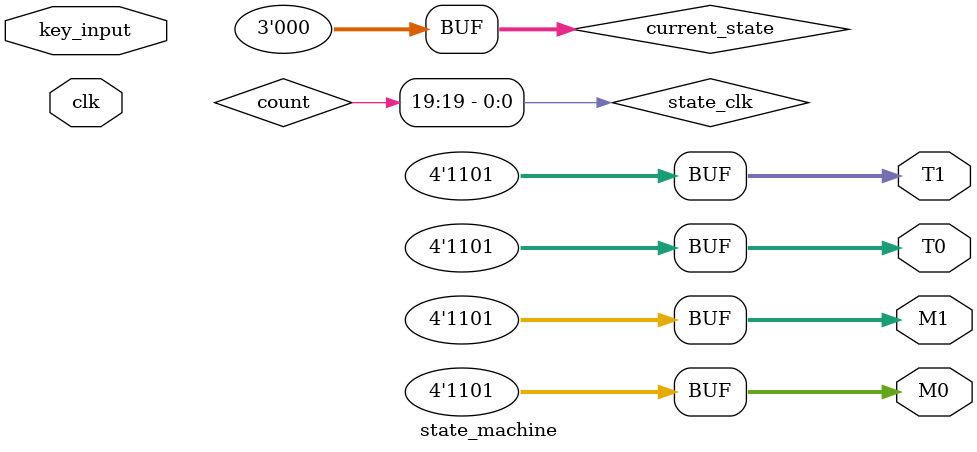
<source format=v>
	module state_machine(clk,key_input,M1,M0,T1,T0);
	input clk;
	input [3:0] key_input;
	output reg [3:0] M1,M0,T1,T0;

	//分频
	reg [19:0]count;
	always @ (posedge clk)
		count <= count + 1'b1;
	wire state_clk = count[19];
		
	reg [6:0] Money,Time;
	reg [6:0] TD;
	
	always@ (current_state or Money) begin
		case(current_state)
			INITIAL:begin
				M1 <= 4'b1101;
				M0 <= 4'b1101;
			end
			default:begin
				M1 <= Money/10;
				M0 <= Money%10;
			end
		endcase
	end

	always@ (current_state or Time) begin
		case(current_state)
			INITIAL:begin
				T1 <= 4'b1101;
				T0 <= 4'b1101;
			end
			default:begin
				T1 <= Time/10;
				T0 <= Time%10;
			end
		endcase
	end
	
	//定义状态
	reg [2:0] current_state,next_state;
	parameter INITIAL = 0, START = 1, ONE = 2, TWO = 3, CHARGE = 4;
	
	always@ (posedge state_clk)		// 状态方程
		current_state <= next_state;
		
	always@ (current_state, key_input) begin 	//驱动方程
		case(current_state)
			INITIAL:
				if(key_input == 4'hA)
					next_state <= START;
				else
					next_state <= INITIAL;
			START:
				if(TD == 0)
					next_state <= INITIAL;
			   else if(key_input>=1 && key_input<=9)
					next_state <= ONE;
				else
					next_state <= START;
			ONE:
				case(key_input)
					4'hB: next_state <= START;	//清零
					4'hC: next_state <= CHARGE;//确认
					4'hF: next_state <= ONE;	//无效
					default: next_state <= TWO;//再输一位数
				endcase
			TWO:
				case(key_input)
					4'hC: next_state <= CHARGE;
					4'hB: next_state <= START;
					default: next_state <= TWO;
				endcase
			CHARGE:
				if(T1 == 4'h0 && T0 == 4'h0)	//充电完成
					next_state <= START;
				else
					next_state <= CHARGE;
			default:current_state <= INITIAL;
		endcase
	end
	
	//计算总钱数
	reg [3:0] prevkey;
	always@ (posedge state_clk) begin
		case(next_state)
			START:
				Money <= 0;
			ONE:
				if(key_input != prevkey && prevkey != 15 && prevkey != 13)	//输入从有效数值变为无效值1111时，Money菜改变
					Money <= prevkey;
			TWO:
				if(key_input != prevkey && prevkey != 15 && prevkey != 13)
				begin
					if(Money < 2)
						Money <= 10*Money + prevkey;
					else if(M1 == 0)
						Money <= 20;
				end
			CHARGE:
				Money <= Money;
		endcase
		prevkey <= key_input;
	end
	
	//充电倒计时
	reg [2:0] cnt;
	always@ (posedge state_clk) begin
		case(current_state)
			CHARGE:
				begin
					cnt <= cnt + 1'b1;		//降低计数频率
					if(cnt == 0) Time <= Time -1'b1;
				end
			default:
				Time <= 2*Money;
		endcase
	end
	
	//10s倒计时
	reg [3:0] cnt1;
	always@ (posedge state_clk) begin
		case(current_state)
			START:
				begin
					cnt1 <= cnt1 + 1'b1;
					if(cnt1 == 0) TD <= TD - 1'b1;
				end
			default:
				TD <= 111000;
		endcase
	end
	
endmodule
</source>
